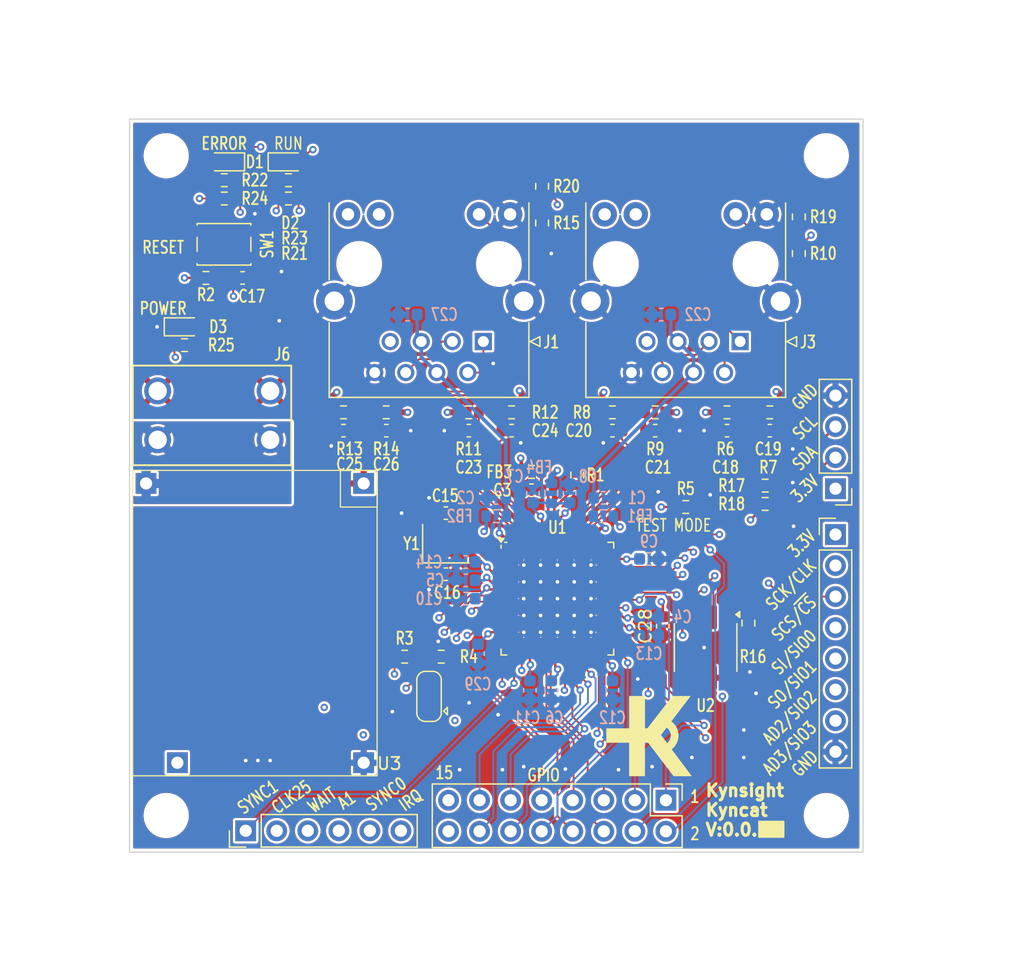
<source format=kicad_pcb>
(kicad_pcb
	(version 20240108)
	(generator "pcbnew")
	(generator_version "8.0")
	(general
		(thickness 1.6)
		(legacy_teardrops no)
	)
	(paper "A4")
	(title_block
		(title "Kyncat_PCB")
		(date "2025-01-03")
		(rev "0.0.1")
		(company "Kynsight GmbH")
	)
	(layers
		(0 "F.Cu" signal)
		(1 "In1.Cu" power "GND.Cu")
		(2 "In2.Cu" power "PWR.Cu")
		(31 "B.Cu" mixed)
		(32 "B.Adhes" user "B.Adhesive")
		(33 "F.Adhes" user "F.Adhesive")
		(34 "B.Paste" user)
		(35 "F.Paste" user)
		(36 "B.SilkS" user "B.Silkscreen")
		(37 "F.SilkS" user "F.Silkscreen")
		(38 "B.Mask" user)
		(39 "F.Mask" user)
		(40 "Dwgs.User" user "User.Drawings")
		(41 "Cmts.User" user "User.Comments")
		(42 "Eco1.User" user "User.Eco1")
		(43 "Eco2.User" user "User.Eco2")
		(44 "Edge.Cuts" user)
		(45 "Margin" user)
		(46 "B.CrtYd" user "B.Courtyard")
		(47 "F.CrtYd" user "F.Courtyard")
		(48 "B.Fab" user)
		(49 "F.Fab" user)
		(50 "User.1" user)
		(51 "User.2" user)
		(52 "User.3" user)
		(53 "User.4" user)
		(54 "User.5" user)
		(55 "User.6" user)
		(56 "User.7" user)
		(57 "User.8" user)
		(58 "User.9" user)
	)
	(setup
		(stackup
			(layer "F.SilkS"
				(type "Top Silk Screen")
			)
			(layer "F.Paste"
				(type "Top Solder Paste")
			)
			(layer "F.Mask"
				(type "Top Solder Mask")
				(thickness 0.01)
			)
			(layer "F.Cu"
				(type "copper")
				(thickness 0.035)
			)
			(layer "dielectric 1"
				(type "prepreg")
				(thickness 0.1)
				(material "FR4")
				(epsilon_r 4.5)
				(loss_tangent 0.02)
			)
			(layer "In1.Cu"
				(type "copper")
				(thickness 0.035)
			)
			(layer "dielectric 2"
				(type "core")
				(thickness 1.24)
				(material "FR4")
				(epsilon_r 4.5)
				(loss_tangent 0.02)
			)
			(layer "In2.Cu"
				(type "copper")
				(thickness 0.035)
			)
			(layer "dielectric 3"
				(type "prepreg")
				(thickness 0.1)
				(material "FR4")
				(epsilon_r 4.5)
				(loss_tangent 0.02)
			)
			(layer "B.Cu"
				(type "copper")
				(thickness 0.035)
			)
			(layer "B.Mask"
				(type "Bottom Solder Mask")
				(thickness 0.01)
			)
			(layer "B.Paste"
				(type "Bottom Solder Paste")
			)
			(layer "B.SilkS"
				(type "Bottom Silk Screen")
			)
			(copper_finish "None")
			(dielectric_constraints no)
		)
		(pad_to_mask_clearance 0)
		(allow_soldermask_bridges_in_footprints no)
		(aux_axis_origin 103.5 98)
		(grid_origin 103.5 98)
		(pcbplotparams
			(layerselection 0x00010fc_ffffffff)
			(plot_on_all_layers_selection 0x0000000_00000000)
			(disableapertmacros no)
			(usegerberextensions yes)
			(usegerberattributes yes)
			(usegerberadvancedattributes yes)
			(creategerberjobfile no)
			(dashed_line_dash_ratio 12.000000)
			(dashed_line_gap_ratio 3.000000)
			(svgprecision 4)
			(plotframeref no)
			(viasonmask no)
			(mode 1)
			(useauxorigin no)
			(hpglpennumber 1)
			(hpglpenspeed 20)
			(hpglpendiameter 15.000000)
			(pdf_front_fp_property_popups yes)
			(pdf_back_fp_property_popups yes)
			(dxfpolygonmode yes)
			(dxfimperialunits yes)
			(dxfusepcbnewfont yes)
			(psnegative no)
			(psa4output no)
			(plotreference yes)
			(plotvalue yes)
			(plotfptext yes)
			(plotinvisibletext no)
			(sketchpadsonfab no)
			(subtractmaskfromsilk yes)
			(outputformat 1)
			(mirror no)
			(drillshape 0)
			(scaleselection 1)
			(outputdirectory "../01_output/00_gerber/")
		)
	)
	(net 0 "")
	(net 1 "VDD33TXRX1")
	(net 2 "GND")
	(net 3 "VDD33TXRX2")
	(net 4 "VDD33BIAS")
	(net 5 "VDDCR")
	(net 6 "VDD12TF")
	(net 7 "VDD33")
	(net 8 "Net-(U1A-OSCI)")
	(net 9 "Net-(U1A-OSCO)")
	(net 10 "Net-(U1A-RST#)")
	(net 11 "TXA_P")
	(net 12 "TXA_N")
	(net 13 "RXA_P")
	(net 14 "RXA_N")
	(net 15 "RXB_N")
	(net 16 "RXB_P")
	(net 17 "TXB_N")
	(net 18 "TXB_P")
	(net 19 "Net-(D1-K)")
	(net 20 "Net-(D2-K)")
	(net 21 "Net-(D3-A)")
	(net 22 "Net-(J1-Pad10)")
	(net 23 "unconnected-(J1-NC-Pad7)")
	(net 24 "unconnected-(J1-Pad11)")
	(net 25 "unconnected-(J1-Pad12)")
	(net 26 "unconnected-(J3-NC-Pad7)")
	(net 27 "Net-(J3-Pad10)")
	(net 28 "unconnected-(J3-Pad12)")
	(net 29 "unconnected-(J3-Pad11)")
	(net 30 "Net-(J6-Pad1)")
	(net 31 "Net-(U3-Vin)")
	(net 32 "Net-(U1A-RBIAS)")
	(net 33 "CLK25_OUT")
	(net 34 "Net-(U1A-CLK_25{slash}CLK_25_EN{slash}XTAL_MODE)")
	(net 35 "Net-(JP1-C)")
	(net 36 "Net-(U1A-TESTMODE)")
	(net 37 "LEDPOL0")
	(net 38 "LEDPOL1")
	(net 39 "Net-(U2-A0)")
	(net 40 "I2C_SDA")
	(net 41 "Net-(U1B-RUNLED{slash}STATE_RUNLED{slash}E2PSIZE{slash}EE_EMUL0{slash}LEDPOL3)")
	(net 42 "Net-(U1B-ERRLED{slash}PME{slash}100FD_B{slash}LEDPOL4)")
	(net 43 "QSPI_SIO0")
	(net 44 "QSPI_SIO2")
	(net 45 "unconnected-(U1A-OSCVDD12-Pad3)")
	(net 46 "I2C_SCL")
	(net 47 "QSPI_CLK")
	(net 48 "A1")
	(net 49 "SPI_SCS")
	(net 50 "SYNC_LATCH_1")
	(net 51 "WAIT_ACK")
	(net 52 "QSPI_SIO3")
	(net 53 "IRQ")
	(net 54 "SYNC_LATCH_0")
	(net 55 "QSPI_SIO1")
	(net 56 "Net-(J8-Pin_2)")
	(net 57 "Net-(J8-Pin_1)")
	(net 58 "Net-(J8-Pin_9)")
	(net 59 "Net-(J8-Pin_11)")
	(net 60 "Net-(J8-Pin_15)")
	(net 61 "Net-(J8-Pin_6)")
	(net 62 "Net-(J8-Pin_12)")
	(net 63 "Net-(J8-Pin_14)")
	(net 64 "Net-(J8-Pin_8)")
	(net 65 "Net-(J8-Pin_13)")
	(net 66 "Net-(J8-Pin_4)")
	(net 67 "Net-(J8-Pin_16)")
	(net 68 "Net-(J8-Pin_5)")
	(net 69 "Net-(J8-Pin_3)")
	(net 70 "Net-(J8-Pin_10)")
	(net 71 "Net-(J8-Pin_7)")
	(footprint "Capacitor_SMD:C_0603_1608Metric" (layer "F.Cu") (at 155.875 63.5))
	(footprint "Capacitor_SMD:C_0603_1608Metric" (layer "F.Cu") (at 147.125 79.5 90))
	(footprint "Resistor_SMD:R_0603_1608Metric" (layer "F.Cu") (at 126 82 180))
	(footprint "Connector_RJ:RJ45_HALO_HFJ11-x2450E-LxxRL_Horizontal" (layer "F.Cu") (at 153.445 56.205 180))
	(footprint "Resistor_SMD:R_0603_1608Metric" (layer "F.Cu") (at 136.375 66.875))
	(footprint "Capacitor_SMD:C_0603_1608Metric" (layer "F.Cu") (at 124.5 63.5))
	(footprint "Resistor_SMD:R_0603_1608Metric" (layer "F.Cu") (at 131.25 62))
	(footprint "Resistor_SMD:R_0603_1608Metric" (layer "F.Cu") (at 143 62))
	(footprint "Button_Switch_SMD:SW_SPST_PTS810" (layer "F.Cu") (at 111.225 48.25 180))
	(footprint "Capacitor_SMD:C_0603_1608Metric" (layer "F.Cu") (at 121 63.5 180))
	(footprint "Resistor_SMD:R_0603_1608Metric" (layer "F.Cu") (at 124.5 62 180))
	(footprint "Capacitor_SMD:C_0603_1608Metric" (layer "F.Cu") (at 143 63.5 180))
	(footprint "Jumper:SolderJumper-3_P1.3mm_Open_RoundedPad1.0x1.5mm" (layer "F.Cu") (at 128 85.25 90))
	(footprint "Oscillator:Oscillator_SMD_Abracon_ASE-4Pin_3.2x2.5mm" (layer "F.Cu") (at 129.375 72.75))
	(footprint "Resistor_SMD:R_0603_1608Metric" (layer "F.Cu") (at 116.5 43 180))
	(footprint "Resistor_SMD:R_0603_1608Metric" (layer "F.Cu") (at 116.5 44.5 180))
	(footprint "Capacitor_SMD:C_0603_1608Metric" (layer "F.Cu") (at 129.375 70.25 180))
	(footprint "Capacitor_SMD:C_0603_1608Metric" (layer "F.Cu") (at 129.375 75.25))
	(footprint "Capacitor_SMD:C_0603_1608Metric" (layer "F.Cu") (at 131.25 63.5 180))
	(footprint "Resistor_SMD:R_0603_1608Metric" (layer "F.Cu") (at 154.125 79.25 90))
	(footprint "MountingHole:MountingHole_3.2mm_M3_DIN965" (layer "F.Cu") (at 160.5 95))
	(footprint "MountingHole:MountingHole_3.2mm_M3_DIN965" (layer "F.Cu") (at 106.5 41))
	(footprint "Resistor_SMD:R_0603_1608Metric" (layer "F.Cu") (at 137.25 43.5 -90))
	(footprint "Connector_PinHeader_2.54mm:PinHeader_1x08_P2.54mm_Vertical" (layer "F.Cu") (at 161.25 72))
	(footprint "Resistor_SMD:R_0603_1608Metric" (layer "F.Cu") (at 121 62))
	(footprint "Package_DFN_QFN:QFN-64-1EP_9x9mm_P0.5mm_EP6x6mm_ThermalVias" (layer "F.Cu") (at 138.5 77.25))
	(footprint "Resistor_SMD:R_0603_1608Metric" (layer "F.Cu") (at 137.25 46.5 -90))
	(footprint "Capacitor_SMD:C_0603_1608Metric" (layer "F.Cu") (at 152.375 63.5 180))
	(footprint "Resistor_SMD:R_0603_1608Metric" (layer "F.Cu") (at 134.75 62 180))
	(footprint "Resistor_SMD:R_0603_1608Metric" (layer "F.Cu") (at 155.5 69.5 180))
	(footprint "Resistor_SMD:R_0603_1608Metric"
		(layer "F.Cu")
		(uuid "a47e5690-9e94-4944-97c0-29188d31fb54")
		(at 111.25 44.5 180)
		(descr "Resistor SMD 0603 (1608 Metric), square (rectangular) end terminal, IPC_7351 nominal, (Body size source: IPC-SM-782 page 72, https://www.pcb-3d.com/wordpress/wp-content/uploads/ipc-sm-782a_amendment_1_and_2.pdf), generated with kicad-footprint-generator")
		(tags "resistor")
		(property "Reference" "R24"
			(at -2.5 0 0)
			(layer "F.SilkS")
			(uuid "c421e9bd-1b98-4486-92bb-97300e9499c1")
			(effects
				(font
					(size 1 0.75)
					(thickness 0.15)
				)
			)
		)
		(property "Value" "10K"
			(at 0 1.43 0)
			(layer "F.Fab")
			(uuid "4030bb80-f4b2-4a38-ad64-7c866edd0470")
			(effects
				(font
					(size 1 1)
					(thickness 0.15)
				)
			)
		)
		(property "Footprint" "Resistor_SMD:R_0603_1608Metric"
			(at 0 0 180)
			(unlocked yes)
			(layer "F.Fab")
			(hide yes)
			(uuid "2aabf740-8f09-421d-a33d-98fc2223b4cf")
			(effects
				(font
					(size 1.27 1.27)
					(thickness 0.15)
				)
			)
		)
		(property "Datasheet" ""
			(at 0 0 180)
			(unlocked yes)
			(layer "F.Fab")
			(hide yes)
			(uuid "b1803734-4fd0-4474-8a29-c8dcdb37359b")
			(effects
				(font
					(size 1.27 1.27)
					(thickness 0.15)
				)
			)
		)
		(property "Description" "Resistor, small symbol"
			(at 0 0 180)
			(unlocked yes)
			(layer "F.Fab")
			(hide yes)
			(uuid "b3b42d64-7de3-4b96-86f5-7ed717ccf203")
			(effects
				(font
					(size 1.27 1.27)
					(thickness 0.15)
				)
			)
		)
		(property "Man" "Yageo"
			(at 0 0 180)
			(unlocked yes)
			(layer "F.Fab")
			(hide yes)
			(uuid "f4e71abc-76ba-4947-90c3-0a6436d69b78")
			(effects
				(font
					(size 1 1)
					(thickness 0.15)
				)
			)
		)
		(property "Man_No" "RC0603FR-0710KL"
			(at 0 0 180)
			(unlocked yes)
			(layer "F.Fab")
			(hide yes)
			(uuid "d56a162a-650c-44d8-b04e-e4ba4603c1f7")
			(effects
				(font
					(size 1 1)
					(thickness 0.15)
				)
			)
		)
		(property "Disti" "Digikey"
			(at 0 0 180)
			(unlocked yes)
			(layer "F.Fab")
			(hide yes)
			(uuid "cef1e86d-089b-4754-928e-a8d3d0170b0f")
			(effects
				(font
					(size 1 1)
					(thickness 0.15)
				)
			)
		)
		(property "Disti_No" "311-10.0KHRCT-ND"
			(at 0 0 180)
			(unlocked yes)
			(layer "F.Fab")
			(hide yes)
			(uuid "eefd1e7c-4a2d-4ffb-b879-f67499f0cfc3")
			(effects
				(font
					(size 1 1)
					(thickness 0.15)
				)
			)
		)
		(property ki_fp_filters "R_*")
		(path "/730d9fe1-f8d8-4491-9eb4-a8539616c8ab/9156f3d7-9d32-41d1-936f-239af033c633")
		(sheetname "config")
		(sheetfile "config.kicad_sch")
		(attr smd)
		(fp_line
			(start -0.237258 0.5225)
			(end 0.237258 0.5225)
			(stroke
				(width 0.12)
				(type solid)
			)
			(layer "F.SilkS")
			(uuid "3ed4c387-a2b3-4422-899b-ee0bea61b0a1")
		)
		(fp_line
			(start -0.237258 -0.5225)
			(end 0.237258 -0.5225)
			(stroke
				(width 0.12)
				(ty
... [1397599 chars truncated]
</source>
